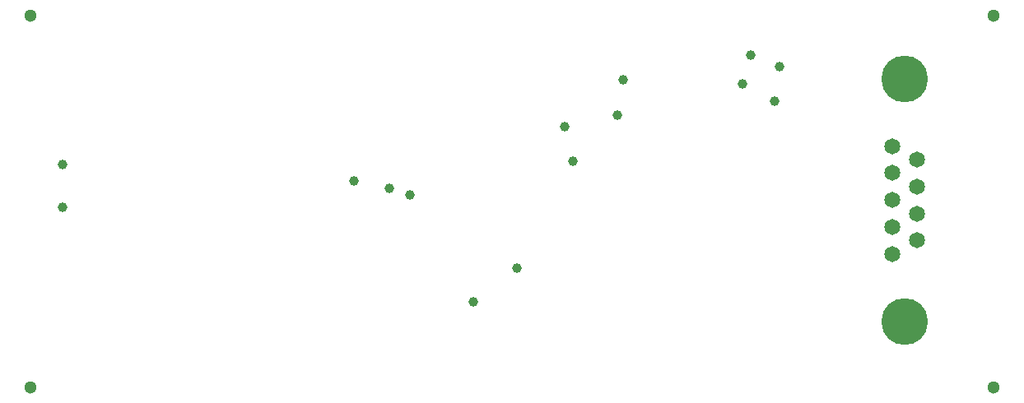
<source format=gbr>
%TF.GenerationSoftware,KiCad,Pcbnew,7.0.2*%
%TF.CreationDate,2023-05-10T11:38:04+01:00*%
%TF.ProjectId,serial_snooper,73657269-616c-45f7-936e-6f6f7065722e,rev?*%
%TF.SameCoordinates,Original*%
%TF.FileFunction,Soldermask,Bot*%
%TF.FilePolarity,Negative*%
%FSLAX46Y46*%
G04 Gerber Fmt 4.6, Leading zero omitted, Abs format (unit mm)*
G04 Created by KiCad (PCBNEW 7.0.2) date 2023-05-10 11:38:04*
%MOMM*%
%LPD*%
G01*
G04 APERTURE LIST*
%ADD10C,1.000000*%
%ADD11C,1.300000*%
%ADD12C,4.800000*%
%ADD13C,1.650000*%
G04 APERTURE END LIST*
D10*
%TO.C,TP33*%
X139250000Y-90250000D03*
%TD*%
%TO.C,TP30*%
X145000000Y-91750000D03*
%TD*%
%TO.C,TP29*%
X142900000Y-91000000D03*
%TD*%
%TO.C,TP27*%
X151500000Y-102750000D03*
%TD*%
%TO.C,TP22*%
X156000000Y-99250000D03*
%TD*%
%TO.C,TP10*%
X166900000Y-79900000D03*
%TD*%
%TO.C,TP9*%
X160900000Y-84700000D03*
%TD*%
%TO.C,TP8*%
X166300000Y-83500000D03*
%TD*%
%TO.C,TP6*%
X161750000Y-88250000D03*
%TD*%
%TO.C,TP5*%
X180100000Y-77300000D03*
%TD*%
%TO.C,TP4*%
X179250000Y-80250000D03*
%TD*%
%TO.C,TP3*%
X183000000Y-78500000D03*
%TD*%
%TO.C,TP2*%
X182500000Y-82100000D03*
%TD*%
D11*
%TO.C,H4*%
X106000000Y-73250000D03*
%TD*%
%TO.C,H3*%
X106000000Y-111500000D03*
%TD*%
%TO.C,H1*%
X205000000Y-111500000D03*
%TD*%
%TO.C,H2*%
X205000000Y-73250000D03*
%TD*%
D12*
%TO.C,J5*%
X195850000Y-79750000D03*
X195850000Y-104740000D03*
D13*
X197120000Y-88090000D03*
X197120000Y-90860000D03*
X197120000Y-93630000D03*
X197120000Y-96400000D03*
X194580000Y-86705000D03*
X194580000Y-89475000D03*
X194580000Y-92245000D03*
X194580000Y-95015000D03*
X194580000Y-97785000D03*
%TD*%
D10*
%TO.C,J8*%
X109285000Y-92950000D03*
X109285000Y-88550000D03*
%TD*%
M02*

</source>
